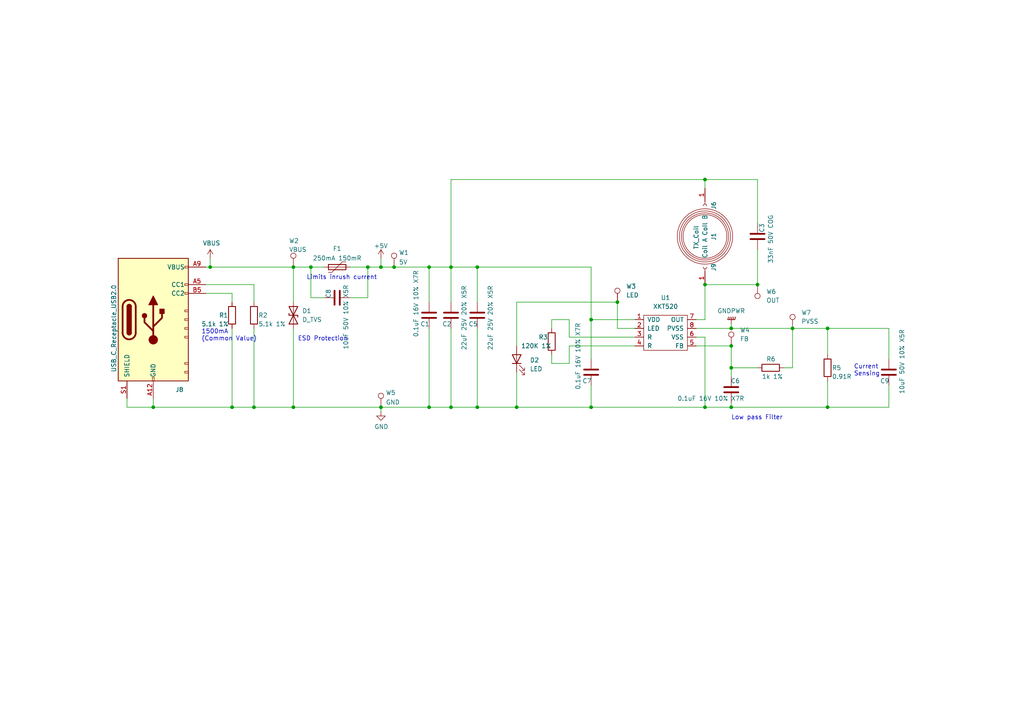
<source format=kicad_sch>
(kicad_sch (version 20231120) (generator "eeschema") (generator_version "8.0")
  (paper "A4")
  (lib_symbols
    (symbol "Connector:Conn_01x01_Female" (pin_names (offset 1.016) hide)
      (property "Reference" "J" (at 0 2.54 0))
      (property "Value" "Conn_01x01_Female" (at 0 -2.54 0))
      (symbol "Conn_01x01_Female_1_1"
        (polyline (pts (xy -1.27 0) (xy -0.508 0)) (stroke (width 0.1524)))
        (arc (start 0 0.508) (mid -0.5058 0) (end 0 -0.508) (stroke (width 0.1524)))
        (pin passive line (at -5.08 0 0) (length 3.81) (name "Pin_1") (number "1"))
      )
    )
    (symbol "Device:C" (pin_numbers hide) (pin_names (offset 0.254))
      (property "Reference" "C" (at 0.635 2.54 0))
      (property "Value" "C" (at 0.635 -2.54 0))
      (symbol "C_0_1"
        (polyline (pts (xy -2.032 -0.762) (xy 2.032 -0.762)) (stroke (width 0.508)))
        (polyline (pts (xy -2.032 0.762) (xy 2.032 0.762)) (stroke (width 0.508)))
      )
      (symbol "C_1_1"
        (pin passive line (at 0 3.81 270) (length 2.794) (name "~") (number "1"))
        (pin passive line (at 0 -3.81 90) (length 2.794) (name "~") (number "2"))
      )
    )
    (symbol "Device:D_TVS" (pin_numbers hide) (pin_names (offset 1.016) hide)
      (property "Reference" "D" (at 0 2.54 0))
      (property "Value" "D_TVS" (at 0 -2.54 0))
      (symbol "D_TVS_0_1"
        (polyline (pts (xy 1.27 0) (xy -1.27 0)))
        (polyline (pts (xy 0.508 1.27) (xy 0 1.27) (xy 0 -1.27) (xy -0.508 -1.27)) (stroke (width 0.254)))
        (polyline (pts (xy -2.54 1.27) (xy -2.54 -1.27) (xy 2.54 1.27) (xy 2.54 -1.27) (xy -2.54 1.27)) (stroke (width 0.254)))
      )
      (symbol "D_TVS_1_1"
        (pin passive line (at -3.81 0 0) (length 2.54) (name "A1") (number "1"))
        (pin passive line (at 3.81 0 180) (length 2.54) (name "A2") (number "2"))
      )
    )
    (symbol "Device:LED" (pin_numbers hide) (pin_names (offset 1.016) hide)
      (property "Reference" "D" (at 0 2.54 0))
      (property "Value" "LED" (at 0 -2.54 0))
      (symbol "LED_0_1"
        (polyline (pts (xy -1.27 -1.27) (xy -1.27 1.27)) (stroke (width 0.254)))
        (polyline (pts (xy -1.27 0) (xy 1.27 0)))
        (polyline (pts (xy 1.27 -1.27) (xy 1.27 1.27) (xy -1.27 0) (xy 1.27 -1.27)) (stroke (width 0.254)))
        (polyline (pts (xy -3.048 -0.762) (xy -4.572 -2.286) (xy -3.81 -2.286) (xy -4.572 -2.286) (xy -4.572 -1.524)))
        (polyline (pts (xy -1.778 -0.762) (xy -3.302 -2.286) (xy -2.54 -2.286) (xy -3.302 -2.286) (xy -3.302 -1.524)))
      )
      (symbol "LED_1_1"
        (pin passive line (at -3.81 0 0) (length 2.54) (name "K") (number "1"))
        (pin passive line (at 3.81 0 180) (length 2.54) (name "A") (number "2"))
      )
    )
    (symbol "Device:Polyfuse" (pin_numbers hide) (pin_names (offset 0))
      (property "Reference" "F" (at -2.54 0 90))
      (property "Value" "Polyfuse" (at 2.54 0 90))
      (symbol "Polyfuse_0_1"
        (rectangle (start -0.762 2.54) (end 0.762 -2.54) (stroke (width 0.254)))
        (polyline (pts (xy 0 2.54) (xy 0 -2.54)))
        (polyline (pts (xy -1.524 2.54) (xy -1.524 1.524) (xy 1.524 -1.524) (xy 1.524 -2.54)))
      )
      (symbol "Polyfuse_1_1"
        (pin passive line (at 0 3.81 270) (length 1.27) (name "~") (number "1"))
        (pin passive line (at 0 -3.81 90) (length 1.27) (name "~") (number "2"))
      )
    )
    (symbol "Device:R" (pin_numbers hide) (pin_names (offset 0))
      (property "Reference" "R" (at 2.032 0 90))
      (property "Value" "R" (at 0 0 90))
      (symbol "R_0_1"
        (rectangle (start -1.016 -2.54) (end 1.016 2.54) (stroke (width 0.254)))
      )
      (symbol "R_1_1"
        (pin passive line (at 0 3.81 270) (length 1.27) (name "~") (number "1"))
        (pin passive line (at 0 -3.81 90) (length 1.27) (name "~") (number "2"))
      )
    )
    (symbol "Pixels-dice:TEST_1P-conn" (pin_numbers hide) (pin_names (offset 0.762) hide)
      (property "Reference" "W" (at 0 6.858 0))
      (property "Value" "TEST_1P-conn" (at 0 5.08 0))
      (symbol "TEST_1P-conn_0_1"
        (circle (center 0 3.302) (radius 0.762))
      )
      (symbol "TEST_1P-conn_1_1"
        (pin passive line (at 0 0 90) (length 2.54) (name "1") (number "1"))
      )
    )
    (symbol "Pixels-dice:TX_Coil"
      (property "Reference" "J" (at 0 10.16 0))
      (property "Value" "TX_Coil" (at 0 -10.16 0))
      (symbol "TX_Coil_0_1"
        (circle (center 0 0) (radius 6.35))
        (circle (center 0 0) (radius 6.8392))
        (circle (center 0 0) (radius 7.4053))
        (circle (center 0 0) (radius 8.0322))
      )
    )
    (symbol "Pixels-dice:USB_C_Receptacle_USB2.0" (pin_names (offset 1.016))
      (property "Reference" "J" (at -10.16 19.05 0))
      (property "Value" "USB_C_Receptacle_USB2.0" (at 19.05 19.05 0))
      (symbol "USB_C_Receptacle_USB2.0_0_0"
        (rectangle (start -0.254 -17.78) (end 0.254 -16.764))
        (rectangle (start 10.16 -14.986) (end 9.144 -15.494))
        (rectangle (start 10.16 -12.446) (end 9.144 -12.954))
        (rectangle (start 10.16 -4.826) (end 9.144 -5.334))
        (rectangle (start 10.16 -2.286) (end 9.144 -2.794))
        (rectangle (start 10.16 0.254) (end 9.144 -0.254))
        (rectangle (start 10.16 2.794) (end 9.144 2.286))
        (rectangle (start 10.16 7.874) (end 9.144 7.366))
        (rectangle (start 10.16 10.414) (end 9.144 9.906))
        (rectangle (start 10.16 15.494) (end 9.144 14.986))
      )
      (symbol "USB_C_Receptacle_USB2.0_0_1"
        (rectangle (start -10.16 17.78) (end 10.16 -17.78) (stroke (width 0.254)) (fill (type background)))
        (arc (start -8.89 -3.81) (mid -6.985 -5.7066) (end -5.08 -3.81) (stroke (width 0.508)))
        (arc (start -7.62 -3.81) (mid -6.985 -4.4422) (end -6.35 -3.81) (stroke (width 0.254)))
        (arc (start -7.62 -3.81) (mid -6.985 -4.4422) (end -6.35 -3.81) (stroke (width 0.254)) (fill (type outline)))
        (rectangle (start -7.62 -3.81) (end -6.35 3.81) (stroke (width 0.254)) (fill (type outline)))
        (arc (start -6.35 3.81) (mid -6.985 4.4422) (end -7.62 3.81) (stroke (width 0.254)))
        (arc (start -6.35 3.81) (mid -6.985 4.4422) (end -7.62 3.81) (stroke (width 0.254)) (fill (type outline)))
        (arc (start -5.08 3.81) (mid -6.985 5.7066) (end -8.89 3.81) (stroke (width 0.508)))
        (circle (center -2.54 1.143) (radius 0.635) (stroke (width 0.254)) (fill (type outline)))
        (circle (center 0 -5.842) (radius 1.27) (fill (type outline)))
        (polyline (pts (xy -8.89 -3.81) (xy -8.89 3.81)) (stroke (width 0.508)))
        (polyline (pts (xy -5.08 3.81) (xy -5.08 -3.81)) (stroke (width 0.508)))
        (polyline (pts (xy 0 -5.842) (xy 0 4.318)) (stroke (width 0.508)))
        (polyline (pts (xy 0 -3.302) (xy -2.54 -0.762) (xy -2.54 0.508)) (stroke (width 0.508)))
        (polyline (pts (xy 0 -2.032) (xy 2.54 0.508) (xy 2.54 1.778)) (stroke (width 0.508)))
        (polyline (pts (xy -1.27 4.318) (xy 0 6.858) (xy 1.27 4.318) (xy -1.27 4.318)) (stroke (width 0.254)) (fill (type outline)))
        (rectangle (start 1.905 1.778) (end 3.175 3.048) (stroke (width 0.254)) (fill (type outline)))
      )
      (symbol "USB_C_Receptacle_USB2.0_1_1"
        (pin passive line (at 0 -22.86 90) (length 5.08) (name "GND") (number "A12"))
        (pin bidirectional line (at 15.24 10.16 180) (length 5.08) (name "CC1") (number "A5"))
        (pin passive line (at 15.24 15.24 180) (length 5.08) (name "VBUS") (number "A9"))
        (pin passive line (at 0 -22.86 90) (length 5.08) hide (name "GND") (number "B12"))
        (pin bidirectional line (at 15.24 7.62 180) (length 5.08) (name "CC2") (number "B5"))
        (pin passive line (at 15.24 15.24 180) (length 5.08) hide (name "VBUS") (number "B9"))
        (pin passive line (at -7.62 -22.86 90) (length 5.08) (name "SHIELD") (number "S1"))
      )
    )
    (symbol "Pixels-dice:XKT520" (pin_names (offset 1.016))
      (property "Reference" "U" (at 0 6.35 0))
      (property "Value" "XKT520" (at 0 -6.35 0))
      (symbol "XKT520_0_1"
        (rectangle (start -6.35 5.08) (end 6.35 -5.08))
      )
      (symbol "XKT520_1_1"
        (pin power_in line (at -8.89 3.81 0) (length 2.54) (name "VDD") (number "1"))
        (pin output line (at -8.89 1.27 0) (length 2.54) (name "LED") (number "2"))
        (pin passive line (at -8.89 -1.27 0) (length 2.54) (name "R") (number "3"))
        (pin passive line (at -8.89 -3.81 0) (length 2.54) (name "R") (number "4"))
        (pin input line (at 8.89 -3.81 180) (length 2.54) (name "FB") (number "5"))
        (pin power_in line (at 8.89 -1.27 180) (length 2.54) (name "VSS") (number "6"))
        (pin output line (at 8.89 3.81 180) (length 2.54) (name "OUT") (number "7"))
        (pin output line (at 8.89 1.27 180) (length 2.54) (name "PVSS") (number "8"))
      )
    )
    (symbol "power:+5V" (power) (pin_names (offset 0))
      (property "Value" "+5V" (at 0 3.556 0))
      (symbol "+5V_0_1"
        (polyline (pts (xy -0.762 1.27) (xy 0 2.54)))
        (polyline (pts (xy 0 0) (xy 0 2.54)))
        (polyline (pts (xy 0 2.54) (xy 0.762 1.27)))
      )
      (symbol "+5V_1_1"
        (pin power_in line (at 0 0 90) (length 0) hide (name "+5V") (number "1"))
      )
    )
    (symbol "power:GND" (power) (pin_names (offset 0))
      (property "Value" "GND" (at 0 -3.81 0))
      (symbol "GND_0_1"
        (polyline (pts (xy 0 0) (xy 0 -1.27) (xy 1.27 -1.27) (xy 0 -2.54) (xy -1.27 -1.27) (xy 0 -1.27)))
      )
      (symbol "GND_1_1"
        (pin power_in line (at 0 0 270) (length 0) hide (name "GND") (number "1"))
      )
    )
    (symbol "power:GNDPWR" (power) (pin_names (offset 0))
      (property "Value" "GNDPWR" (at 0 -3.302 0))
      (symbol "GNDPWR_0_1"
        (polyline (pts (xy 0 -1.27) (xy 0 0)))
        (polyline (pts (xy -1.016 -1.27) (xy -1.27 -2.032) (xy -1.27 -2.032)) (stroke (width 0.2032)))
        (polyline (pts (xy -0.508 -1.27) (xy -0.762 -2.032) (xy -0.762 -2.032)) (stroke (width 0.2032)))
        (polyline (pts (xy 0 -1.27) (xy -0.254 -2.032) (xy -0.254 -2.032)) (stroke (width 0.2032)))
        (polyline (pts (xy 0.508 -1.27) (xy 0.254 -2.032) (xy 0.254 -2.032)) (stroke (width 0.2032)))
        (polyline (pts (xy 1.016 -1.27) (xy -1.016 -1.27) (xy -1.016 -1.27)) (stroke (width 0.2032)))
        (polyline (pts (xy 1.016 -1.27) (xy 0.762 -2.032) (xy 0.762 -2.032) (xy 0.762 -2.032)) (stroke (width 0.2032)))
      )
      (symbol "GNDPWR_1_1"
        (pin power_in line (at 0 0 270) (length 0) hide (name "GNDPWR") (number "1"))
      )
    )
    (symbol "power:VBUS" (power) (pin_names (offset 0))
      (property "Value" "VBUS" (at 0 3.81 0))
      (symbol "VBUS_0_1"
        (polyline (pts (xy -0.762 1.27) (xy 0 2.54)))
        (polyline (pts (xy 0 0) (xy 0 2.54)))
        (polyline (pts (xy 0 2.54) (xy 0.762 1.27)))
      )
      (symbol "VBUS_1_1"
        (pin power_in line (at 0 0 90) (length 0) hide (name "VBUS") (number "1"))
      )
    )
  )
  (junction (at 171.45 92.71))
  (junction (at 106.68 77.47))
  (junction (at 204.47 52.07))
  (junction (at 110.49 77.47))
  (junction (at 171.45 118.11))
  (junction (at 130.81 77.47))
  (junction (at 212.09 100.33))
  (junction (at 138.43 77.47))
  (junction (at 219.71 82.55))
  (junction (at 130.81 118.11))
  (junction (at 110.49 118.11))
  (junction (at 124.46 118.11))
  (junction (at 44.45 118.11))
  (junction (at 73.66 118.11))
  (junction (at 67.31 118.11))
  (junction (at 212.09 106.68))
  (junction (at 149.86 118.11))
  (junction (at 85.09 118.11))
  (junction (at 90.17 77.47))
  (junction (at 240.03 95.25))
  (junction (at 60.96 77.47))
  (junction (at 114.3 77.47))
  (junction (at 138.43 118.11))
  (junction (at 179.07 87.63))
  (junction (at 212.09 118.11))
  (junction (at 204.47 82.55))
  (junction (at 124.46 77.47))
  (junction (at 229.87 95.25))
  (junction (at 240.03 118.11))
  (junction (at 212.09 95.25))
  (junction (at 204.47 118.11))
  (junction (at 85.09 77.47))
  (wire (pts (xy 165.1 92.71) (xy 160.02 92.71)))
  (wire (pts (xy 227.33 106.68) (xy 229.87 106.68)))
  (wire (pts (xy 212.09 93.98) (xy 212.09 95.25)))
  (wire (pts (xy 165.1 105.41) (xy 160.02 105.41)))
  (wire (pts (xy 204.47 54.61) (xy 204.47 52.07)))
  (wire (pts (xy 219.71 82.55) (xy 204.47 82.55)))
  (wire (pts (xy 212.09 106.68) (xy 212.09 109.22)))
  (wire (pts (xy 240.03 95.25) (xy 257.81 95.25)))
  (wire (pts (xy 204.47 92.71) (xy 201.93 92.71)))
  (wire (pts (xy 212.09 95.25) (xy 229.87 95.25)))
  (wire (pts (xy 212.09 106.68) (xy 219.71 106.68)))
  (wire (pts (xy 165.1 92.71) (xy 165.1 97.79)))
  (wire (pts (xy 201.93 100.33) (xy 212.09 100.33)))
  (wire (pts (xy 179.07 95.25) (xy 179.07 87.63)))
  (wire (pts (xy 90.17 86.36) (xy 90.17 77.47)))
  (wire (pts (xy 73.66 118.11) (xy 85.09 118.11)))
  (wire (pts (xy 67.31 118.11) (xy 73.66 118.11)))
  (wire (pts (xy 149.86 118.11) (xy 171.45 118.11)))
  (wire (pts (xy 257.81 118.11) (xy 240.03 118.11)))
  (wire (pts (xy 130.81 77.47) (xy 138.43 77.47)))
  (wire (pts (xy 138.43 77.47) (xy 171.45 77.47)))
  (wire (pts (xy 219.71 72.39) (xy 219.71 82.55)))
  (wire (pts (xy 219.71 52.07) (xy 204.47 52.07)))
  (wire (pts (xy 110.49 118.11) (xy 110.49 119.38)))
  (wire (pts (xy 110.49 118.11) (xy 124.46 118.11)))
  (wire (pts (xy 165.1 105.41) (xy 165.1 100.33)))
  (wire (pts (xy 219.71 52.07) (xy 219.71 64.77)))
  (wire (pts (xy 85.09 95.25) (xy 85.09 118.11)))
  (wire (pts (xy 60.96 74.93) (xy 60.96 77.47)))
  (wire (pts (xy 85.09 77.47) (xy 85.09 87.63)))
  (wire (pts (xy 130.81 77.47) (xy 130.81 87.63)))
  (wire (pts (xy 138.43 118.11) (xy 149.86 118.11)))
  (wire (pts (xy 257.81 111.76) (xy 257.81 118.11)))
  (wire (pts (xy 229.87 95.25) (xy 240.03 95.25)))
  (wire (pts (xy 204.47 97.79) (xy 204.47 118.11)))
  (wire (pts (xy 101.6 86.36) (xy 106.68 86.36)))
  (wire (pts (xy 36.83 115.57) (xy 36.83 118.11)))
  (wire (pts (xy 130.81 52.07) (xy 130.81 77.47)))
  (wire (pts (xy 85.09 77.47) (xy 90.17 77.47)))
  (wire (pts (xy 106.68 86.36) (xy 106.68 77.47)))
  (wire (pts (xy 204.47 82.55) (xy 204.47 92.71)))
  (wire (pts (xy 240.03 118.11) (xy 212.09 118.11)))
  (wire (pts (xy 85.09 118.11) (xy 110.49 118.11)))
  (wire (pts (xy 171.45 92.71) (xy 171.45 104.14)))
  (wire (pts (xy 73.66 95.25) (xy 73.66 118.11)))
  (wire (pts (xy 67.31 85.09) (xy 67.31 87.63)))
  (wire (pts (xy 44.45 118.11) (xy 67.31 118.11)))
  (wire (pts (xy 212.09 106.68) (xy 212.09 100.33)))
  (wire (pts (xy 179.07 95.25) (xy 184.15 95.25)))
  (wire (pts (xy 106.68 77.47) (xy 110.49 77.47)))
  (wire (pts (xy 124.46 95.25) (xy 124.46 118.11)))
  (wire (pts (xy 90.17 77.47) (xy 93.98 77.47)))
  (wire (pts (xy 138.43 95.25) (xy 138.43 118.11)))
  (wire (pts (xy 124.46 77.47) (xy 130.81 77.47)))
  (wire (pts (xy 171.45 77.47) (xy 171.45 92.71)))
  (wire (pts (xy 130.81 52.07) (xy 204.47 52.07)))
  (wire (pts (xy 130.81 95.25) (xy 130.81 118.11)))
  (wire (pts (xy 229.87 106.68) (xy 229.87 95.25)))
  (wire (pts (xy 149.86 107.95) (xy 149.86 118.11)))
  (wire (pts (xy 160.02 105.41) (xy 160.02 102.87)))
  (wire (pts (xy 110.49 74.93) (xy 110.49 77.47)))
  (wire (pts (xy 171.45 92.71) (xy 184.15 92.71)))
  (wire (pts (xy 171.45 111.76) (xy 171.45 118.11)))
  (wire (pts (xy 160.02 92.71) (xy 160.02 95.25)))
  (wire (pts (xy 138.43 77.47) (xy 138.43 87.63)))
  (wire (pts (xy 149.86 87.63) (xy 149.86 100.33)))
  (wire (pts (xy 240.03 95.25) (xy 240.03 102.87)))
  (wire (pts (xy 114.3 77.47) (xy 124.46 77.47)))
  (wire (pts (xy 101.6 77.47) (xy 106.68 77.47)))
  (wire (pts (xy 36.83 118.11) (xy 44.45 118.11)))
  (wire (pts (xy 59.69 85.09) (xy 67.31 85.09)))
  (wire (pts (xy 73.66 82.55) (xy 73.66 87.63)))
  (wire (pts (xy 59.69 82.55) (xy 73.66 82.55)))
  (wire (pts (xy 165.1 100.33) (xy 184.15 100.33)))
  (wire (pts (xy 201.93 95.25) (xy 212.09 95.25)))
  (wire (pts (xy 240.03 110.49) (xy 240.03 118.11)))
  (wire (pts (xy 257.81 95.25) (xy 257.81 104.14)))
  (wire (pts (xy 130.81 118.11) (xy 138.43 118.11)))
  (wire (pts (xy 59.69 77.47) (xy 60.96 77.47)))
  (wire (pts (xy 44.45 115.57) (xy 44.45 118.11)))
  (wire (pts (xy 110.49 77.47) (xy 114.3 77.47)))
  (wire (pts (xy 124.46 87.63) (xy 124.46 77.47)))
  (wire (pts (xy 204.47 97.79) (xy 201.93 97.79)))
  (wire (pts (xy 204.47 118.11) (xy 212.09 118.11)))
  (wire (pts (xy 149.86 87.63) (xy 179.07 87.63)))
  (wire (pts (xy 67.31 95.25) (xy 67.31 118.11)))
  (wire (pts (xy 212.09 116.84) (xy 212.09 118.11)))
  (wire (pts (xy 60.96 77.47) (xy 85.09 77.47)))
  (wire (pts (xy 171.45 118.11) (xy 204.47 118.11)))
  (wire (pts (xy 165.1 97.79) (xy 184.15 97.79)))
  (wire (pts (xy 124.46 118.11) (xy 130.81 118.11)))
  (wire (pts (xy 93.98 86.36) (xy 90.17 86.36)))
  (text "ESD Protection" (at 86.36 99.06 0) (effects (font (size 1.27 1.27)) (justify left bottom)))
  (text "Current\nSensing" (at 247.65 109.22 0) (effects (font (size 1.27 1.27)) (justify left bottom)))
  (text "Low pass Filter" (at 212.09 121.92 0) (effects (font (size 1.27 1.27)) (justify left bottom)))
  (text "Limits inrush current" (at 88.9 81.28 0) (effects (font (size 1.27 1.27)) (justify left bottom)))
  (text "1500mA\n(Common Value)" (at 58.42 99.06 0) (effects (font (size 1.27 1.27)) (justify left bottom)))
  (symbol (lib_id "Pixels-dice:USB_C_Receptacle_USB2.0") (at 44.45 92.71 0) (unit 1)
    (property "Reference" "J8" (at 52.07 113.03 0))
    (property "Value" "USB_C_Receptacle_USB2.0" (at 33.02 95.25 90))
    (property "Footprint" "Pixels-dice:USB-C-SMD_10P-P1.00-L6.8-W8.9_V1.1" (effects (hide yes)))
    (property "Datasheet" "https://www.usb.org/sites/default/files/documents/usb_type-c.zip" (effects (hide yes)))
    (property "LCSC Part Number" "C283540" (effects (hide yes)))
    (property "Part Number" "TYPE-C-31-M-17" (effects (hide yes)))
    (property "Manufacturer" "Korean Hroparts Elec" (effects (hide yes)))
    (property "Pixels Part Number" "SMD-J108" (effects (hide yes)))
  )
  (symbol (lib_id "Device:R") (at 73.66 91.44 180) (unit 1)
    (property "Reference" "R2" (at 74.93 91.44 0) (effects (justify right)))
    (property "Value" "5.1k 1%" (at 74.93 93.98 0) (effects (justify right)))
    (property "Footprint" "Resistor_SMD:R_0402_1005Metric" (effects (hide yes)))
    (property "LCSC Part Number" "C25905" (effects (hide yes)))
    (property "Part Number" "0402WGF5101TCE" (effects (hide yes)))
    (property "Manufacturer" "UNI-ROYAL(Uniroyal Elec)" (effects (hide yes)))
    (property "Pixels Part Number" "SMD-R101" (effects (hide yes)))
  )
  (symbol (lib_id "Device:C") (at 130.81 91.44 0) (unit 1)
    (property "Reference" "C2" (at 128.27 93.98 0) (effects (justify left)))
    (property "Value" "22uF 25V 20% X5R" (at 134.62 101.6 90) (effects (justify left)))
    (property "Footprint" "Capacitor_SMD:C_0805_2012Metric" (effects (hide yes)))
    (property "LCSC Part Number" "C86816" (effects (hide yes)))
    (property "Part Number" "GRM21BR61E226ME44L" (effects (hide yes)))
    (property "Manufacturer" "Murata" (effects (hide yes)))
  )
  (symbol (lib_id "Device:C") (at 124.46 91.44 0) (unit 1)
    (property "Reference" "C1" (at 121.92 93.98 0) (effects (justify left)))
    (property "Value" "0.1uF 16V 10% X7R" (at 120.65 97.79 90) (effects (justify left)))
    (property "Footprint" "Capacitor_SMD:C_0603_1608Metric" (effects (hide yes)))
    (property "LCSC Part Number" "C66501" (effects (hide yes)))
    (property "Part Number" "CL10B104KO8NNNC" (effects (hide yes)))
    (property "Manufacturer" "Samsung Electro-Mechanics" (effects (hide yes)))
  )
  (symbol (lib_id "Connector:Conn_01x01_Female") (at 204.47 77.47 270) (mirror x) (unit 1)
    (property "Reference" "J9" (at 207.01 78.74 0) (effects (justify left)))
    (property "Value" "Coil A" (at 204.47 74.93 0) (effects (justify left)))
    (property "Footprint" "Pixels-dice:TestPoint_Pad_D2.0mm_V1.1" (effects (hide yes)))
  )
  (symbol (lib_id "Connector:Conn_01x01_Female") (at 204.47 59.69 90) (mirror x) (unit 1)
    (property "Reference" "J6" (at 207.01 58.42 0) (effects (justify left)))
    (property "Value" "Coil B" (at 204.47 62.23 0) (effects (justify left)))
    (property "Footprint" "Pixels-dice:TestPoint_Pad_D2.0mm_V1.1" (effects (hide yes)))
  )
  (symbol (lib_id "Device:R") (at 67.31 91.44 180) (unit 1)
    (property "Reference" "R1" (at 63.5 91.44 0) (effects (justify right)))
    (property "Value" "5.1k 1%" (at 58.42 93.98 0) (effects (justify right)))
    (property "Footprint" "Resistor_SMD:R_0402_1005Metric" (effects (hide yes)))
    (property "LCSC Part Number" "C25905" (effects (hide yes)))
    (property "Part Number" "0402WGF5101TCE" (effects (hide yes)))
    (property "Manufacturer" "UNI-ROYAL(Uniroyal Elec)" (effects (hide yes)))
    (property "Pixels Part Number" "SMD-R101" (effects (hide yes)))
  )
  (symbol (lib_id "power:VBUS") (at 60.96 74.93 0) (unit 1)
    (property "Reference" "#PWR01" (effects (hide yes)))
    (property "Value" "VBUS" (at 61.341 70.5358 0))
  )
  (symbol (lib_id "Pixels-dice:TEST_1P-conn") (at 85.09 77.47 0) (unit 1)
    (property "Reference" "W2" (at 83.82 69.85 0) (effects (justify left)))
    (property "Value" "VBUS" (at 83.82 72.39 0) (effects (justify left)))
    (property "Footprint" "Pixels-dice:TEST_PIN1.5MM" (effects (hide yes)))
  )
  (symbol (lib_id "Pixels-dice:TEST_1P-conn") (at 229.87 95.25 0) (unit 1)
    (property "Reference" "W7" (at 232.41 90.6779 0) (effects (justify left)))
    (property "Value" "PVSS" (at 232.41 93.2179 0) (effects (justify left)))
    (property "Footprint" "Pixels-dice:TEST_PIN1.5MM" (effects (hide yes)))
  )
  (symbol (lib_id "Pixels-dice:TEST_1P-conn") (at 212.09 100.33 0) (unit 1)
    (property "Reference" "W4" (at 214.63 95.7579 0) (effects (justify left)))
    (property "Value" "FB" (at 214.63 98.2979 0) (effects (justify left)))
    (property "Footprint" "Pixels-dice:TEST_PIN1.5MM" (effects (hide yes)))
  )
  (symbol (lib_id "Device:LED") (at 149.86 104.14 90) (unit 1)
    (property "Reference" "D2" (at 153.67 104.4574 90) (effects (justify right)))
    (property "Value" "LED" (at 153.67 106.9974 90) (effects (justify right)))
    (property "Footprint" "LED_SMD:LED_0603_1608Metric" (effects (hide yes)))
    (property "LCSC Part Number" "C125099" (effects (hide yes)))
    (property "Manufacturer" "Lite-On" (effects (hide yes)))
    (property "Part Number" "LTST-C191KRKT" (effects (hide yes)))
  )
  (symbol (lib_id "Device:C") (at 219.71 68.58 0) (mirror x) (unit 1)
    (property "Reference" "C3" (at 220.98 64.77 90) (effects (justify left)))
    (property "Value" "33nF 50V COG" (at 223.52 62.23 90) (effects (justify left)))
    (property "Footprint" "Capacitor_SMD:C_1206_3216Metric" (effects (hide yes)))
    (property "Part Number" "GRM3195C1H333JA01J" (effects (hide yes)))
    (property "Manufacturer" "Murata" (effects (hide yes)))
  )
  (symbol (lib_id "Device:C") (at 257.81 107.95 0) (unit 1)
    (property "Reference" "C9" (at 255.27 110.49 0) (effects (justify left)))
    (property "Value" "10uF 50V 10% X5R" (at 261.62 114.3 90) (effects (justify left)))
    (property "Footprint" "Capacitor_SMD:C_0805_2012Metric" (effects (hide yes)))
    (property "Part Number" "GRM21BR61H106KE43L" (effects (hide yes)))
  )
  (symbol (lib_id "power:GNDPWR") (at 212.09 93.98 180) (unit 1)
    (property "Reference" "#PWR02" (effects (hide yes)))
    (property "Value" "GNDPWR" (at 212.09 90.17 0))
  )
  (symbol (lib_id "Pixels-dice:TEST_1P-conn") (at 110.49 118.11 0) (unit 1)
    (property "Reference" "W5" (at 111.887 113.8995 0) (effects (justify left)))
    (property "Value" "GND" (at 111.887 116.6746 0) (effects (justify left)))
    (property "Footprint" "Pixels-dice:TEST_PIN1.5MM" (effects (hide yes)))
  )
  (symbol (lib_id "power:GND") (at 110.49 119.38 0) (unit 1)
    (property "Reference" "#PWR03" (effects (hide yes)))
    (property "Value" "GND" (at 110.617 123.7742 0))
  )
  (symbol (lib_id "Pixels-dice:TEST_1P-conn") (at 114.3 77.47 0) (unit 1)
    (property "Reference" "W1" (at 115.697 73.2595 0) (effects (justify left)))
    (property "Value" "5V" (at 115.697 76.0346 0) (effects (justify left)))
    (property "Footprint" "Pixels-dice:TEST_PIN1.5MM" (effects (hide yes)))
  )
  (symbol (lib_id "Device:C") (at 97.79 86.36 270) (unit 1)
    (property "Reference" "C8" (at 95.25 83.82 0) (effects (justify left)))
    (property "Value" "10uF 50V 10% X5R" (at 100.33 82.55 0) (effects (justify left)))
    (property "Footprint" "Capacitor_SMD:C_0805_2012Metric" (effects (hide yes)))
    (property "LCSC Part Number" "C440198" (effects (hide yes)))
    (property "Part Number" "GRM21BR61H106KE43L" (effects (hide yes)))
    (property "Manufacturer" "Murata" (effects (hide yes)))
  )
  (symbol (lib_id "Pixels-dice:TEST_1P-conn") (at 219.71 82.55 180) (unit 1)
    (property "Reference" "W6" (at 222.25 84.5819 0) (effects (justify right)))
    (property "Value" "OUT" (at 222.25 87.1219 0) (effects (justify right)))
    (property "Footprint" "Pixels-dice:TEST_PIN1.5MM" (effects (hide yes)))
  )
  (symbol (lib_id "Device:R") (at 223.52 106.68 90) (unit 1)
    (property "Reference" "R6" (at 222.25 104.14 90) (effects (justify right)))
    (property "Value" "1k 1%" (at 220.98 109.22 90) (effects (justify right)))
    (property "Footprint" "Resistor_SMD:R_0402_1005Metric" (effects (hide yes)))
    (property "LCSC Part Number" "C11702" (effects (hide yes)))
    (property "Part Number" "0402WGF1001TCE" (effects (hide yes)))
    (property "Manufacturer" "UNI-ROYAL(Uniroyal Elec)" (effects (hide yes)))
  )
  (symbol (lib_id "Device:C") (at 212.09 113.03 180) (unit 1)
    (property "Reference" "C6" (at 214.63 110.49 0) (effects (justify left)))
    (property "Value" "0.1uF 16V 10% X7R" (at 215.9 115.57 0) (effects (justify left)))
    (property "Footprint" "Capacitor_SMD:C_0603_1608Metric" (effects (hide yes)))
    (property "LCSC Part Number" "C66501" (effects (hide yes)))
    (property "Part Number" "CL10B104KO8NNNC" (effects (hide yes)))
    (property "Manufacturer" "Samsung Electro-Mechanics" (effects (hide yes)))
  )
  (symbol (lib_id "Pixels-dice:XKT520") (at 193.04 96.52 0) (unit 1)
    (property "Reference" "U1" (at 193.04 86.36 0))
    (property "Value" "XKT520" (at 193.04 88.9 0))
    (property "Footprint" "Pixels-dice:SOIC-8_3.9x4.9mm_P1.27mm" (effects (hide yes)))
  )
  (symbol (lib_id "Device:D_TVS") (at 85.09 91.44 270) (unit 1)
    (property "Reference" "D1" (at 87.63 90.1699 90) (effects (justify left)))
    (property "Value" "D_TVS" (at 87.63 92.7099 90) (effects (justify left)))
    (property "Footprint" "Pixels-dice:DFN" (effects (hide yes)))
    (property "Manufacturer" "Murata" (effects (hide yes)))
    (property "Part Number" "LXES1UTAA1-157" (effects (hide yes)))
    (property "LCSC Part Number" "C5210979" (effects (hide yes)))
  )
  (symbol (lib_id "Pixels-dice:TEST_1P-conn") (at 179.07 87.63 0) (unit 1)
    (property "Reference" "W3" (at 181.61 83.0579 0) (effects (justify left)))
    (property "Value" "LED" (at 181.61 85.5979 0) (effects (justify left)))
    (property "Footprint" "Pixels-dice:TEST_PIN1.5MM" (effects (hide yes)))
  )
  (symbol (lib_id "Device:C") (at 138.43 91.44 0) (unit 1)
    (property "Reference" "C5" (at 135.89 93.98 0) (effects (justify left)))
    (property "Value" "22uF 25V 20% X5R" (at 142.24 101.6 90) (effects (justify left)))
    (property "Footprint" "Capacitor_SMD:C_0805_2012Metric" (effects (hide yes)))
    (property "LCSC Part Number" "C86816" (effects (hide yes)))
    (property "Part Number" "GRM21BR61E226ME44L" (effects (hide yes)))
    (property "Manufacturer" "Murata" (effects (hide yes)))
  )
  (symbol (lib_id "power:+5V") (at 110.49 74.93 0) (unit 1)
    (property "Reference" "#PWR04" (effects (hide yes)))
    (property "Value" "+5V" (at 110.49 71.3255 0))
  )
  (symbol (lib_id "Device:R") (at 160.02 99.06 180) (unit 1)
    (property "Reference" "R3" (at 156.21 97.79 0) (effects (justify right)))
    (property "Value" "120K 1%" (at 151.13 100.33 0) (effects (justify right)))
    (property "Footprint" "Resistor_SMD:R_0402_1005Metric" (effects (hide yes)))
    (property "LCSC Part Number" "C25750" (effects (hide yes)))
    (property "Part Number" "0402WGF1203TCE" (effects (hide yes)))
    (property "Manufacturer" "UNI-ROYAL(Uniroyal Elec)" (effects (hide yes)))
  )
  (symbol (lib_id "Pixels-dice:TX_Coil") (at 204.47 68.58 0) (unit 1)
    (property "Reference" "J1" (at 207.01 69.85 90) (effects (justify left)))
    (property "Value" "TX_Coil" (at 201.93 72.39 90) (effects (justify left)))
    (property "Footprint" "Pixels-dice:TX Coil" (effects (hide yes)))
    (property "Pixels Part Number" "THT-TXCOIL-1" (effects (hide yes)))
  )
  (symbol (lib_id "Device:R") (at 240.03 106.68 180) (unit 1)
    (property "Reference" "R5" (at 241.3 106.68 0) (effects (justify right)))
    (property "Value" "0.91R" (at 241.3 109.22 0) (effects (justify right)))
    (property "Footprint" "Resistor_SMD:R_1206_3216Metric" (effects (hide yes)))
    (property "LCSC Part Number" "C136987" (effects (hide yes)))
    (property "Part Number" "RL1206FR-7W0R91L" (effects (hide yes)))
    (property "Manufacturer" "YAGEO" (effects (hide yes)))
  )
  (symbol (lib_id "Device:C") (at 171.45 107.95 0) (unit 1)
    (property "Reference" "C7" (at 168.91 110.49 0) (effects (justify left)))
    (property "Value" "0.1uF 16V 10% X7R" (at 167.64 113.03 90) (effects (justify left)))
    (property "Footprint" "Capacitor_SMD:C_0603_1608Metric" (effects (hide yes)))
    (property "LCSC Part Number" "C66501" (effects (hide yes)))
    (property "Part Number" "CL10B104KO8NNNC" (effects (hide yes)))
    (property "Manufacturer" "Samsung Electro-Mechanics" (effects (hide yes)))
  )
  (symbol (lib_id "Device:Polyfuse") (at 97.79 77.47 90) (unit 1)
    (property "Reference" "F1" (at 97.79 72.1065 90))
    (property "Value" "250mA 150mR" (at 97.79 74.8816 90))
    (property "Footprint" "Fuse:Fuse_1206_3216Metric" (effects (hide yes)))
    (property "Manufacturer" "BHFUSE" (effects (hide yes)))
    (property "Part Number" "BSMD1206-025-33V" (effects (hide yes)))
    (property "LCSC Part Number" "C2977524" (effects (hide yes)))
  )
)
</source>
